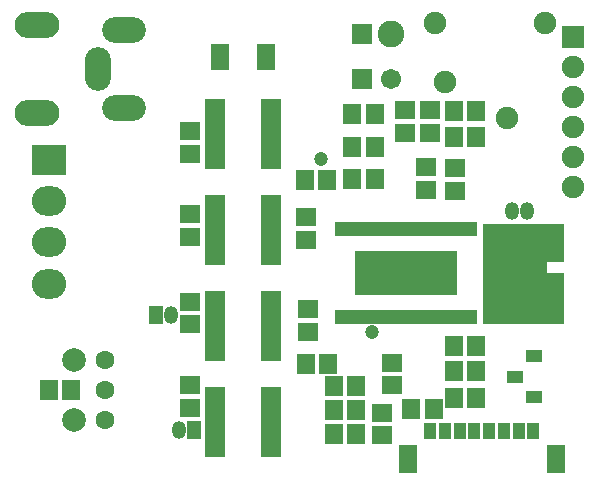
<source format=gbr>
G04 DipTrace 3.3.1.3*
G04 BottomMask.gbr*
%MOIN*%
G04 #@! TF.FileFunction,Soldermask,Bot*
G04 #@! TF.Part,Single*
%ADD51C,0.08905*%
%ADD87C,0.047402*%
%ADD93C,0.078898*%
%ADD95C,0.06315*%
%ADD103R,0.342677X0.145827*%
%ADD105R,0.019252X0.047402*%
%ADD109R,0.057244X0.043465*%
%ADD119R,0.071024X0.232441*%
%ADD121O,0.047402X0.059213*%
%ADD123R,0.047402X0.059213*%
%ADD125R,0.059213X0.092677*%
%ADD127R,0.039528X0.055276*%
%ADD129O,0.114331X0.098583*%
%ADD131R,0.114331X0.098583*%
%ADD133C,0.067402*%
%ADD135R,0.067402X0.067402*%
%ADD137R,0.074961X0.074961*%
%ADD139C,0.074961*%
%ADD141O,0.149764X0.086772*%
%ADD143O,0.086772X0.145827*%
%ADD145O,0.145827X0.086772*%
%ADD149R,0.06315X0.090709*%
%ADD153R,0.059213X0.067087*%
%ADD155R,0.067087X0.059213*%
%FSLAX26Y26*%
G04*
G70*
G90*
G75*
G01*
G04 BotMask*
%LPD*%
D87*
X3657480Y1358268D3*
X3826772Y779528D3*
D155*
X3937008Y1444882D3*
Y1519685D3*
D153*
X3759843Y1291339D3*
X3834646D3*
X3774144Y600306D3*
X3699341D3*
X3759843Y1397638D3*
X3834646D3*
X3759843Y1507874D3*
X3834646D3*
X3774144Y519980D3*
X3699341D3*
X3773940Y439655D3*
X3699136D3*
X4173228Y649606D3*
X4098425D3*
D155*
X4102362Y1326772D3*
Y1251969D3*
D153*
X4173739Y561626D3*
X4098936D3*
X3956693Y523622D3*
X4031496D3*
D155*
X4006352Y1254068D3*
Y1328871D3*
D153*
X4173228Y1429134D3*
X4098425D3*
X4098731Y732503D3*
X4173534D3*
D155*
X3607243Y1162622D3*
Y1087819D3*
X3893701Y602362D3*
Y677165D3*
X3858268Y437008D3*
Y511811D3*
D153*
X3602362Y1287402D3*
X3677165D3*
D155*
X3613493Y781537D3*
Y856340D3*
D153*
X3605619Y675071D3*
X3680423D3*
D155*
X3220472Y807087D3*
Y881890D3*
Y527559D3*
Y602362D3*
Y1448819D3*
Y1374016D3*
Y1173228D3*
Y1098425D3*
D153*
X2822835Y586614D3*
X2748031D3*
D149*
X3472441Y1696850D3*
X3318903D3*
D145*
X3000000Y1527559D3*
D143*
X2913386Y1657480D3*
D145*
X3000000Y1787402D3*
D141*
X2708661Y1803150D3*
Y1511811D3*
D139*
X4401575Y1811024D3*
X4275591Y1492126D3*
X4070866Y1614173D3*
X4035433Y1811024D3*
D137*
X4496063Y1763780D3*
D139*
Y1663780D3*
Y1563780D3*
Y1463780D3*
Y1363780D3*
Y1263780D3*
D135*
X3791341Y1623228D3*
D133*
X3889761D3*
D131*
X2748031Y1354331D3*
D129*
Y1216535D3*
Y1078740D3*
Y940945D3*
D127*
X4019685Y448819D3*
X4068898D3*
D125*
X4438976Y358465D3*
X3944882D3*
D127*
X4118110Y448819D3*
X4216535D3*
X4167323D3*
X4314961D3*
X4265748D3*
X4364173D3*
D123*
X3104921Y837205D3*
D121*
X3154921D3*
X4292520Y1185039D3*
X4342520D3*
D135*
X3791341Y1773622D3*
D51*
X3889761D3*
D121*
X3181693Y454134D3*
D123*
X3231693D3*
D119*
X3488189Y800428D3*
X3303150D3*
X3488189Y480315D3*
X3303150D3*
X3488189Y1440655D3*
X3303150D3*
X3488189Y1120542D3*
X3303150D3*
D155*
X4019685Y1444882D3*
Y1519685D3*
D153*
X4173228Y1515748D3*
X4098425D3*
D109*
X4366142Y700787D3*
Y562992D3*
X4303150Y631891D3*
D105*
X3711881Y1125118D3*
X3731566D3*
X3751251D3*
X3770936D3*
X3790621D3*
X3810306D3*
X3829991D3*
X3849676D3*
X3869361D3*
X3889046D3*
X3908731D3*
X3928416D3*
X3948101D3*
X3967786D3*
X3987471D3*
X4007156D3*
X4026841D3*
X4046526D3*
X4066211D3*
X4085896D3*
X4105581D3*
X4125266D3*
X4144951D3*
X4164636D3*
Y829843D3*
X4144951D3*
X4125266D3*
X4105581D3*
X4085896D3*
X4066211D3*
X4046526D3*
X4026841D3*
X4007156D3*
X3987471D3*
X3967786D3*
X3948101D3*
X3928416D3*
X3908731D3*
X3889046D3*
X3869361D3*
X3849676D3*
X3829991D3*
X3810306D3*
X3790621D3*
X3770936D3*
X3751251D3*
X3731566D3*
X3711881D3*
D103*
X3938259Y977480D3*
D95*
X2935039Y488189D3*
Y588189D3*
Y688189D3*
D93*
X2831890Y488189D3*
Y688189D3*
G36*
X4196850Y1139764D2*
X4465551D1*
Y1013780D1*
X4409449D1*
Y978346D1*
X4465551D1*
Y807087D1*
X4196850D1*
D1*
Y1139764D1*
G37*
M02*

</source>
